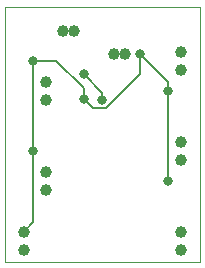
<source format=gbl>
G75*
%MOIN*%
%OFA0B0*%
%FSLAX24Y24*%
%IPPOS*%
%LPD*%
%AMOC8*
5,1,8,0,0,1.08239X$1,22.5*
%
%ADD10C,0.0000*%
%ADD11C,0.0397*%
%ADD12C,0.0317*%
%ADD13C,0.0060*%
D10*
X002392Y002517D02*
X002392Y011017D01*
X008892Y011017D01*
X008892Y002517D01*
X002392Y002517D01*
D11*
X003017Y002892D03*
X003017Y003517D03*
X003767Y004892D03*
X003767Y005517D03*
X003767Y007892D03*
X003767Y008517D03*
X004329Y010204D03*
X004704Y010204D03*
X006017Y009454D03*
X006392Y009454D03*
X008267Y009517D03*
X008267Y008892D03*
X008267Y006517D03*
X008267Y005892D03*
X008267Y003517D03*
X008267Y002892D03*
D12*
X007829Y005204D03*
X005642Y007892D03*
X005017Y007954D03*
X005017Y008767D03*
X003329Y009204D03*
X003329Y006204D03*
X006892Y009454D03*
X007829Y008204D03*
D13*
X007829Y005204D01*
X005767Y007642D02*
X006892Y008767D01*
X006892Y009454D01*
X007829Y008517D01*
X007829Y008204D01*
X005767Y007642D02*
X005329Y007642D01*
X005017Y007954D01*
X005017Y008291D01*
X004103Y009204D01*
X003329Y009204D01*
X003329Y006204D01*
X003329Y003829D01*
X003017Y003517D01*
X005642Y007892D02*
X005642Y008142D01*
X005017Y008767D01*
M02*

</source>
